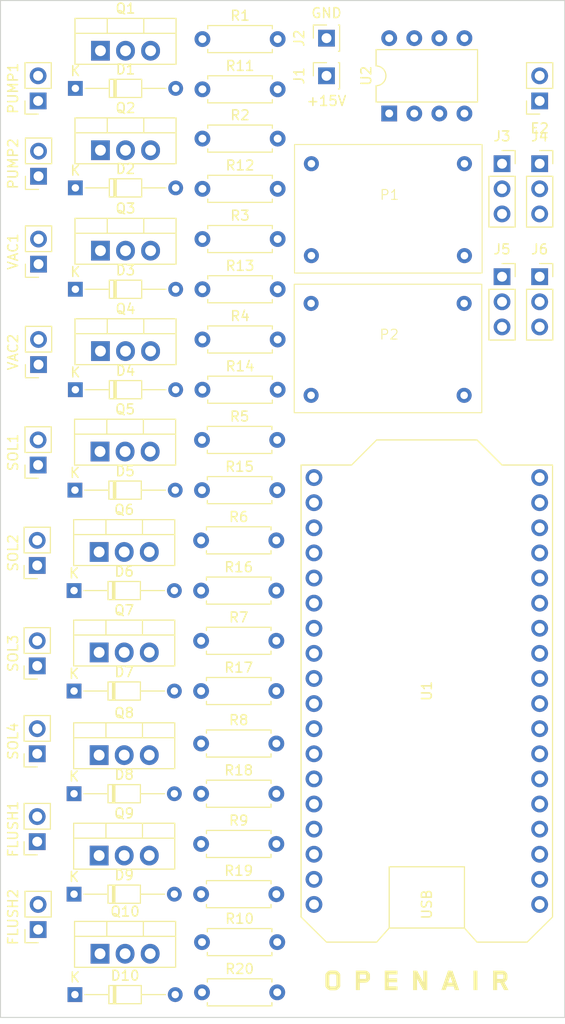
<source format=kicad_pcb>
(kicad_pcb (version 20221018) (generator pcbnew)
  (layers (0 "F.Cu" signal) (31 "B.Cu" signal) (34 "B.Paste" user) (35 "F.Paste" user) (36 "B.SilkS" user "B.Silkscreen") (37 "F.SilkS" user "F.Silkscreen") (38 "B.Mask" user) (39 "F.Mask" user) (44 "Edge.Cuts" user))
  (net 0 "")
  (net 1 "Net-(U1-47)")
  (net 2 "GND")
  (net 3 "Net-(U1-42)")
  (net 4 "Net-(U1-45)")
  (net 5 "Net-(U1-34)")
  (net 6 "Net-(U1-5_ADC)")
  (net 7 "Net-(U1-46)")
  (net 8 "Net-(U1-48)")
  (net 9 "Net-(U1-33)")
  (net 10 "Net-(U1-6_ADC)")
  (net 11 "Net-(U1-7_ADC)")
  (net 12 "Net-(Q6-B)")
  (net 13 "Net-(Q5-B)")
  (net 14 "Net-(Q4-B)")
  (net 15 "Net-(Q3-B)")
  (net 16 "Net-(Q2-B)")
  (net 17 "Net-(Q1-B)")
  (net 18 "Net-(Q8-B)")
  (net 19 "Net-(Q9-B)")
  (net 20 "Net-(Q10-B)")
  (net 21 "Net-(Q7-B)")
  (net 22 "+15V")
  (net 23 "Net-(D10-A)")
  (net 24 "Net-(D9-A)")
  (net 25 "Net-(D8-A)")
  (net 26 "Net-(D7-A)")
  (net 27 "Net-(D6-A)")
  (net 28 "Net-(D5-A)")
  (net 29 "Net-(D4-A)")
  (net 30 "Net-(D3-A)")
  (net 31 "Net-(D2-A)")
  (net 32 "Net-(D1-A)")
  (net 33 "Net-(E2-Pin_1)")
  (net 34 "Net-(P1-OUT+)")
  (net 35 "Net-(E2-Pin_2)")
  (net 36 "Net-(J3-PIN_3)")
  (net 37 "Net-(U1-40)")
  (net 38 "Net-(U1-41)")
  (net 39 "Net-(J3-Pin_2)")
  (net 58 "Net-(J3-Pin_1)")
  (net 59 "Net-(J4-Pin_1)")
  (net 60 "Net-(J5-Pin_1)")
  (net 61 "Net-(J6-Pin_1)")
  (footprint "Diode_THT:D_DO-34_SOD68_P10.16mm_Horizontal" (layer "F.Cu") (at 24.0931 27.94)
    (fp_text reference "D1" (at 5.08 -1.92) (layer "F.SilkS"))
    (fp_text value "1N5400")
    (fp_text user "K" (at 0 -1.75) (layer "F.SilkS"))
    (pad "1" thru_hole rect (at 0 0) (size 1.5 1.5) (drill 0.75) (layers "*.Cu" "*.Mask") (net 22 "+15V"))
    (pad "2" thru_hole oval (at 10.16 0) (size 1.5 1.5) (drill 0.75) (layers "*.Cu" "*.Mask") (net 32 "Net-(D1-A)"))
  )
  (footprint "MountingHole:MountingHole_2.2mm_M2" (layer "F.Cu") (at 71.12 119.38)
    (fp_text reference "H3" hide)
    (fp_text value "MountingHole" hide)
    (pad "" np_thru_hole circle (at 0 0) (size 2.2 2.2) (drill 2.2) (layers "*.Cu" "*.Mask"))
  )
  (footprint "Package_TO_SOT_THT:TO-220-3_Vertical" (layer "F.Cu") (at 26.6331 24.13)
    (fp_text reference "Q1" (at 2.54 -4.27) (layer "F.SilkS"))
    (fp_text value "TIP120")
    (pad "1" thru_hole rect (at 0 0) (size 1.905 2) (drill 1.1) (layers "*.Cu" "*.Mask") (net 17 "Net-(Q1-B)"))
    (pad "2" thru_hole oval (at 2.54 0) (size 1.905 2) (drill 1.1) (layers "*.Cu" "*.Mask") (net 32 "Net-(D1-A)"))
    (pad "3" thru_hole oval (at 5.08 0) (size 1.905 2) (drill 1.1) (layers "*.Cu" "*.Mask") (net 2 "GND"))
  )
  (footprint "Connector_PinSocket_2.54mm:PinSocket_1x02_P2.54mm_Vertical" (layer "F.Cu") (at 20.3631 36.83 180)
    (fp_text reference "PUMP2" (at 2.5831 1.27 90) (layer "F.SilkS"))
    (fp_text value "GND")
    (pad "1" thru_hole rect (at 0 0 180) (size 1.7 1.7) (drill 1) (layers "*.Cu" "*.Mask") (net 22 "+15V"))
    (pad "2" thru_hole oval (at 0 2.54 180) (size 1.7 1.7) (drill 1) (layers "*.Cu" "*.Mask") (net 31 "Net-(D2-A)"))
  )
  (footprint "Connector_PinSocket_2.54mm:PinSocket_1x03_P2.54mm_Vertical" (layer "F.Cu") (at 67.31 35.56)
    (fp_text reference "J3" (at 0 -2.77) (layer "F.SilkS"))
    (fp_text value "ADC1")
    (pad "1" thru_hole rect (at 0 0) (size 1.7 1.7) (drill 1) (layers "*.Cu" "*.Mask") (net 58 "Net-(J3-Pin_1)"))
    (pad "2" thru_hole oval (at 0 2.54) (size 1.7 1.7) (drill 1) (layers "*.Cu" "*.Mask") (net 39 "Net-(J3-Pin_2)"))
    (pad "3" thru_hole oval (at 0 5.08) (size 1.7 1.7) (drill 1) (layers "*.Cu" "*.Mask") (net 36 "Net-(J3-PIN_3)"))
  )
  (footprint "Resistor_THT:R_Axial_DIN0207_L6.3mm_D2.5mm_P7.62mm_Horizontal" (layer "F.Cu") (at 36.9631 22.955)
    (fp_text reference "R1" (at 3.81 -2.37) (layer "F.SilkS"))
    (fp_text value "1k")
    (pad "1" thru_hole circle (at 0 0) (size 1.6 1.6) (drill 0.8) (layers "*.Cu" "*.Mask") (net 17 "Net-(Q1-B)"))
    (pad "2" thru_hole oval (at 7.62 0) (size 1.6 1.6) (drill 0.8) (layers "*.Cu" "*.Mask") (net 11 "Net-(U1-7_ADC)"))
  )
  (footprint "Diode_THT:D_DO-34_SOD68_P10.16mm_Horizontal" (layer "F.Cu") (at 24.0931 38.005)
    (fp_text reference "D2" (at 5.08 -1.92) (layer "F.SilkS"))
    (fp_text value "1N5400")
    (fp_text user "K" (at 0 -1.75) (layer "F.SilkS"))
    (pad "1" thru_hole rect (at 0 0) (size 1.5 1.5) (drill 0.75) (layers "*.Cu" "*.Mask") (net 22 "+15V"))
    (pad "2" thru_hole oval (at 10.16 0) (size 1.5 1.5) (drill 0.75) (layers "*.Cu" "*.Mask") (net 31 "Net-(D2-A)"))
  )
  (footprint "Resistor_THT:R_Axial_DIN0207_L6.3mm_D2.5mm_P7.62mm_Horizontal" (layer "F.Cu") (at 36.9631 38.1)
    (fp_text reference "R12" (at 3.81 -2.37) (layer "F.SilkS"))
    (fp_text value "1k")
    (pad "1" thru_hole circle (at 0 0) (size 1.6 1.6) (drill 0.8) (layers "*.Cu" "*.Mask") (net 10 "Net-(U1-6_ADC)"))
    (pad "2" thru_hole oval (at 7.62 0) (size 1.6 1.6) (drill 0.8) (layers "*.Cu" "*.Mask") (net 2 "GND"))
  )
  (footprint "Connector_PinSocket_2.54mm:PinSocket_1x02_P2.54mm_Vertical" (layer "F.Cu") (at 20.23 86.36 180)
    (fp_text reference "SOL3" (at 2.45 1.27 90) (layer "F.SilkS"))
    (fp_text value "GND")
    (pad "1" thru_hole rect (at 0 0 180) (size 1.7 1.7) (drill 1) (layers "*.Cu" "*.Mask") (net 22 "+15V"))
    (pad "2" thru_hole oval (at 0 2.54 180) (size 1.7 1.7) (drill 1) (layers "*.Cu" "*.Mask") (net 26 "Net-(D7-A)"))
  )
  (footprint "Resistor_THT:R_Axial_DIN0207_L6.3mm_D2.5mm_P7.62mm_Horizontal" (layer "F.Cu") (at 36.92 68.58)
    (fp_text reference "R15" (at 3.81 -2.37) (layer "F.SilkS"))
    (fp_text value "1k")
    (pad "1" thru_hole circle (at 0 0) (size 1.6 1.6) (drill 0.8) (layers "*.Cu" "*.Mask") (net 8 "Net-(U1-48)"))
    (pad "2" thru_hole oval (at 7.62 0) (size 1.6 1.6) (drill 0.8) (layers "*.Cu" "*.Mask") (net 2 "GND"))
  )
  (footprint "Untitled" (layer "F.Cu") (at 58.42 118.11)
    (fp_text reference "G***" hide)
    (fp_text value "LOGO" hide)
  )
  (footprint "Custom Footprints:MINI-360" (layer "F.Cu") (at 55.88 53.34)
    (fp_text reference "P2" (at 0 -0.5 unlocked) (layer "F.SilkS") (effects (font (thickness 0.1))))
    (fp_text value "MINI-360")
    (pad "1" thru_hole circle (at -7.91 -3.65) (size 1.524 1.524) (drill 0.762) (layers "*.Cu" "*.Mask") (net 2 "GND"))
    (pad "2" thru_hole circle (at 7.59 -3.65) (size 1.524 1.524) (drill 0.762) (layers "*.Cu" "*.Mask") (net 36 "Net-(J3-PIN_3)"))
    (pad "3" thru_hole circle (at 7.59 5.65) (size 1.524 1.524) (drill 0.762) (layers "*.Cu" "*.Mask") (net 39 "Net-(J3-Pin_2)"))
    (pad "4" thru_hole circle (at -7.91 5.65) (size 1.524 1.524) (drill 0.762) (layers "*.Cu" "*.Mask") (net 22 "+15V"))
  )
  (footprint "Resistor_THT:R_Axial_DIN0207_L6.3mm_D2.5mm_P7.62mm_Horizontal" (layer "F.Cu") (at 36.9631 48.26)
    (fp_text reference "R13" (at 3.81 -2.37) (layer "F.SilkS"))
    (fp_text value "1k")
    (pad "1" thru_hole circle (at 0 0) (size 1.6 1.6) (drill 0.8) (layers "*.Cu" "*.Mask") (net 9 "Net-(U1-33)"))
    (pad "2" thru_hole oval (at 7.62 0) (size 1.6 1.6) (drill 0.8) (layers "*.Cu" "*.Mask") (net 2 "GND"))
  )
  (footprint "Diode_THT:D_DO-34_SOD68_P10.16mm_Horizontal" (layer "F.Cu") (at 24.0931 58.42)
    (fp_text reference "D4" (at 5.08 -1.92) (layer "F.SilkS"))
    (fp_text value "1N5400")
    (fp_text user "K" (at 0 -1.75) (layer "F.SilkS"))
    (pad "1" thru_hole rect (at 0 0) (size 1.5 1.5) (drill 0.75) (layers "*.Cu" "*.Mask") (net 22 "+15V"))
    (pad "2" thru_hole oval (at 10.16 0) (size 1.5 1.5) (drill 0.75) (layers "*.Cu" "*.Mask") (net 29 "Net-(D4-A)"))
  )
  (footprint "Resistor_THT:R_Axial_DIN0207_L6.3mm_D2.5mm_P7.62mm_Horizontal" (layer "F.Cu") (at 36.83 83.82)
    (fp_text reference "R7" (at 3.81 -2.37) (layer "F.SilkS"))
    (fp_text value "1k")
    (pad "1" thru_hole circle (at 0 0) (size 1.6 1.6) (drill 0.8) (layers "*.Cu" "*.Mask") (net 21 "Net-(Q7-B)"))
    (pad "2" thru_hole oval (at 7.62 0) (size 1.6 1.6) (drill 0.8) (layers "*.Cu" "*.Mask") (net 6 "Net-(U1-5_ADC)"))
  )
  (footprint "Resistor_THT:R_Axial_DIN0207_L6.3mm_D2.5mm_P7.62mm_Horizontal" (layer "F.Cu") (at 36.83 94.21)
    (fp_text reference "R8" (at 3.81 -2.37) (layer "F.SilkS"))
    (fp_text value "1k")
    (pad "1" thru_hole circle (at 0 0) (size 1.6 1.6) (drill 0.8) (layers "*.Cu" "*.Mask") (net 18 "Net-(Q8-B)"))
    (pad "2" thru_hole oval (at 7.62 0) (size 1.6 1.6) (drill 0.8) (layers "*.Cu" "*.Mask") (net 5 "Net-(U1-34)"))
  )
  (footprint "Resistor_THT:R_Axial_DIN0207_L6.3mm_D2.5mm_P7.62mm_Horizontal" (layer "F.Cu") (at 36.92 119.38)
    (fp_text reference "R20" (at 3.81 -2.37) (layer "F.SilkS"))
    (fp_text value "1k")
    (pad "1" thru_hole circle (at 0 0) (size 1.6 1.6) (drill 0.8) (layers "*.Cu" "*.Mask") (net 3 "Net-(U1-42)"))
    (pad "2" thru_hole oval (at 7.62 0) (size 1.6 1.6) (drill 0.8) (layers "*.Cu" "*.Mask") (net 2 "GND"))
  )
  (footprint "Connector_PinSocket_2.54mm:PinSocket_1x01_P2.54mm_Vertical" (layer "F.Cu") (at 49.53 26.67 90)
    (fp_text reference "J1" (at 0 -2.77 90) (layer "F.SilkS"))
    (fp_text value "Conn_01x01_Pin" hide)
    (pad "1" thru_hole rect (at 0 0 90) (size 1.7 1.7) (drill 1) (layers "*.Cu" "*.Mask") (net 22 "+15V"))
  )
  (footprint "Package_TO_SOT_THT:TO-220-3_Vertical" (layer "F.Cu") (at 26.6331 34.195)
    (fp_text reference "Q2" (at 2.54 -4.27) (layer "F.SilkS"))
    (fp_text value "TIP120")
    (pad "1" thru_hole rect (at 0 0) (size 1.905 2) (drill 1.1) (layers "*.Cu" "*.Mask") (net 16 "Net-(Q2-B)"))
    (pad "2" thru_hole oval (at 2.54 0) (size 1.905 2) (drill 1.1) (layers "*.Cu" "*.Mask") (net 31 "Net-(D2-A)"))
    (pad "3" thru_hole oval (at 5.08 0) (size 1.905 2) (drill 1.1) (layers "*.Cu" "*.Mask") (net 2 "GND"))
  )
  (footprint "Resistor_THT:R_Axial_DIN0207_L6.3mm_D2.5mm_P7.62mm_Horizontal" (layer "F.Cu") (at 36.9631 33.02)
    (fp_text reference "R2" (at 3.81 -2.37) (layer "F.SilkS"))
    (fp_text value "1k")
    (pad "1" thru_hole circle (at 0 0) (size 1.6 1.6) (drill 0.8) (layers "*.Cu" "*.Mask") (net 16 "Net-(Q2-B)"))
    (pad "2" thru_hole oval (at 7.62 0) (size 1.6 1.6) (drill 0.8) (layers "*.Cu" "*.Mask") (net 10 "Net-(U1-6_ADC)"))
  )
  (footprint "Connector_PinSocket_2.54mm:PinSocket_1x02_P2.54mm_Vertical" (layer "F.Cu") (at 20.32 66.04 180)
    (fp_text reference "SOL1" (at 2.54 1.27 90) (layer "F.SilkS"))
    (fp_text value "GND")
    (pad "1" thru_hole rect (at 0 0 180) (size 1.7 1.7) (drill 1) (layers "*.Cu" "*.Mask") (net 22 "+15V"))
    (pad "2" thru_hole oval (at 0 2.54 180) (size 1.7 1.7) (drill 1) (layers "*.Cu" "*.Mask") (net 28 "Net-(D5-A)"))
  )
  (footprint "Connector_PinSocket_2.54mm:PinSocket_1x03_P2.54mm_Vertical" (layer "F.Cu") (at 71.12 35.56)
    (fp_text reference "J4" (at 0 -2.77) (layer "F.SilkS"))
    (fp_text value "ADC2")
    (pad "1" thru_hole rect (at 0 0) (size 1.7 1.7) (drill 1) (layers "*.Cu" "*.Mask") (net 59 "Net-(J4-Pin_1)"))
    (pad "2" thru_hole oval (at 0 2.54) (size 1.7 1.7) (drill 1) (layers "*.Cu" "*.Mask") (net 39 "Net-(J3-Pin_2)"))
    (pad "3" thru_hole oval (at 0 5.08) (size 1.7 1.7) (drill 1) (layers "*.Cu" "*.Mask") (net 36 "Net-(J3-PIN_3)"))
  )
  (footprint "Custom Footprints:Heltec_HTIT-WB32" (layer "F.Cu") (at 59.69 88.9 -90)
    (fp_text reference "U1" (at 0 0 90) (layer "F.SilkS"))
    (fp_text value "Heltec_HTIT-WB32v3")
    (fp_text user "USB" (at 21.59 0 90) (layer "F.SilkS"))
    (pad "0" thru_hole circle (at 1.27 11.43 270) (size 1.7 1.7) (drill 1) (layers "*.Cu" "*.Mask"))
    (pad "1" thru_hole circle (at 11.43 11.43 270) (size 1.7 1.7) (drill 1) (layers "*.Cu" "*.Mask") (net 8 "Net-(U1-48)"))
    (pad "2" thru_hole circle (at 3.81 11.43 270) (size 1.7 1.7) (drill 1) (layers "*.Cu" "*.Mask") (net 5 "Net-(U1-34)"))
    (pad "3" thru_hole circle (at 8.89 11.43 270) (size 1.7 1.7) (drill 1) (layers "*.Cu" "*.Mask") (net 1 "Net-(U1-47)"))
    (pad "4" thru_hole circle (at -1.27 11.43 270) (size 1.7 1.7) (drill 1) (layers "*.Cu" "*.Mask"))
    (pad "5" thru_hole circle (at -8.89 11.43 270) (size 1.7 1.7) (drill 1) (layers "*.Cu" "*.Mask"))
    (pad "6" thru_hole circle (at 13.97 -11.43 270) (size 1.7 1.7) (drill 1) (layers "*.Cu" "*.Mask"))
    (pad "7" thru_hole circle (at 16.51 -11.43 270) (size 1.7 1.7) (drill 1) (layers "*.Cu" "*.Mask"))
    (pad "8" thru_hole circle (at 21.59 -11.43 270) (size 1.7 1.7) (drill 1) (layers "*.Cu" "*.Mask") (net 36 "Net-(J3-PIN_3)"))
    (pad "9" thru_hole circle (at 19.05 -11.43 270) (size 1.7 1.7) (drill 1) (layers "*.Cu" "*.Mask") (net 39 "Net-(J3-Pin_2)"))
    (pad "10" thru_hole circle (at 13.97 11.43 270) (size 1.7 1.7) (drill 1) (layers "*.Cu" "*.Mask"))
    (pad "11" thru_hole circle (at 16.51 11.43 270) (size 1.7 1.7) (drill 1) (layers "*.Cu" "*.Mask"))
    (pad "12" thru_hole circle (at 8.89 -11.43 270) (size 1.7 1.7) (drill 1) (layers "*.Cu" "*.Mask"))
    (pad "13" thru_hole circle (at 11.43 -11.43 270) (size 1.7 1.7) (drill 1) (layers "*.Cu" "*.Mask"))
    (pad "14" thru_hole circle (at 6.35 -11.43 270) (size 1.7 1.7) (drill 1) (layers "*.Cu" "*.Mask"))
    (pad "15" thru_hole circle (at 6.35 11.43 270) (size 1.7 1.7) (drill 1) (layers "*.Cu" "*.Mask") (net 9 "Net-(U1-33)"))
    (pad "16" thru_hole circle (at -3.81 11.43 270) (size 1.7 1.7) (drill 1) (layers "*.Cu" "*.Mask"))
    (pad "17" thru_hole circle (at -6.35 11.43 270) (size 1.7 1.7) (drill 1) (layers "*.Cu" "*.Mask"))
    (pad "18" thru_hole circle (at -11.43 11.43 270) (size 1.7 1.7) (drill 1) (layers "*.Cu" "*.Mask") (net 37 "Net-(U1-40)"))
    (pad "19" thru_hole circle (at -16.51 11.43 270) (size 1.7 1.7) (drill 1) (layers "*.Cu" "*.Mask") (net 3 "Net-(U1-42)"))
    (pad "20" thru_hole circle (at 19.05 11.43 270) (size 1.7 1.7) (drill 1) (layers "*.Cu" "*.Mask"))
    (pad "21" thru_hole circle (at -21.59 11.43 270) (size 1.7 1.7) (drill 1) (layers "*.Cu" "*.Mask") (net 7 "Net-(U1-46)"))
    (pad "22" thru_hole circle (at -19.05 11.43 270) (size 1.7 1.7) (drill 1) (layers "*.Cu" "*.Mask") (net 4 "Net-(U1-45)"))
    (pad "23" thru_hole circle (at -13.97 11.43 270) (size 1.7 1.7) (drill 1) (layers "*.Cu" "*.Mask") (net 38 "Net-(U1-41)"))
    (pad "25" thru_hole circle (at -1.27 -11.43 270) (size 1.7 1.7) (drill 1) (layers "*.Cu" "*.Mask"))
    (pad "26" thru_hole circle (at 1.27 -11.43 270) (size 1.7 1.7) (drill 1) (layers "*.Cu" "*.Mask"))
    (pad "27" thru_hole circle (at 3.81 -11.43 270) (size 1.7 1.7) (drill 1) (layers "*.Cu" "*.Mask"))
    (pad "28" thru_hole circle (at 21.59 11.43 270) (size 1.7 1.7) (drill 1) (layers "*.Cu" "*.Mask"))
    (pad "32" thru_hole circle (at -6.35 -11.43 270) (size 1.7 1.7) (drill 1) (layers "*.Cu" "*.Mask") (net 11 "Net-(U1-7_ADC)"))
    (pad "33" thru_hole circle (at -3.81 -11.43 270) (size 1.7 1.7) (drill 1) (layers "*.Cu" "*.Mask"))
    (pad "34" thru_hole circle (at -11.43 -11.43 270) (size 1.7 1.7) (drill 1) (layers "*.Cu" "*.Mask") (net 6 "Net-(U1-5_ADC)"))
    (pad "35" thru_hole circle (at -8.89 -11.43 270) (size 1.7 1.7) (drill 1) (layers "*.Cu" "*.Mask") (net 10 "Net-(U1-6_ADC)"))
    (pad "36" thru_hole circle (at -21.59 -11.43 270) (size 1.7 1.7) (drill 1) (layers "*.Cu" "*.Mask") (net 58 "Net-(J3-Pin_1)"))
    (pad "37" thru_hole circle (at -19.05 -11.43 270) (size 1.7 1.7) (drill 1) (layers "*.Cu" "*.Mask") (net 59 "Net-(J4-Pin_1)"))
    (pad "38" thru_hole circle (at -16.51 -11.43 270) (size 1.7 1.7) (drill 1) (layers "*.Cu" "*.Mask") (net 60 "Net-(J5-Pin_1)"))
    (pad "39" thru_hole circle (at -13.97 -11.43 270) (size 1.7 1.7) (drill 1) (layers "*.Cu" "*.Mask") (net 61 "Net-(J6-Pin_1)"))
  )
  (footprint "Resistor_THT:R_Axial_DIN0207_L6.3mm_D2.5mm_P7.62mm_Horizontal" (layer "F.Cu") (at 36.92 114.3)
    (fp_text reference "R10" (at 3.81 -2.37) (layer "F.SilkS"))
    (fp_text value "1k")
    (pad "1" thru_hole circle (at 0 0) (size 1.6 1.6) (drill 0.8) (layers "*.Cu" "*.Mask") (net 20 "Net-(Q10-B)"))
    (pad "2" thru_hole oval (at 7.62 0) (size 1.6 1.6) (drill 0.8) (layers "*.Cu" "*.Mask") (net 3 "Net-(U1-42)"))
  )
  (footprint "Package_TO_SOT_THT:TO-220-3_Vertical" (layer "F.Cu") (at 26.6331 54.515)
    (fp_text reference "Q4" (at 2.54 -4.27) (layer "F.SilkS"))
    (fp_text value "TIP120")
    (pad "1" thru_hole rect (at 0 0) (size 1.905 2) (drill 1.1) (layers "*.Cu" "*.Mask") (net 14 "Net-(Q4-B)"))
    (pad "2" thru_hole oval (at 2.54 0) (size 1.905 2) (drill 1.1) (layers "*.Cu" "*.Mask") (net 29 "Net-(D4-A)"))
    (pad "3" thru_hole oval (at 5.08 0) (size 1.905 2) (drill 1.1) (layers "*.Cu" "*.Mask") (net 2 "GND"))
  )
  (footprint "Connector_PinSocket_2.54mm:PinSocket_1x02_P2.54mm_Vertical" (layer "F.Cu") (at 71.12 29.21 180)
    (fp_text reference "E2" (at 0 -2.77) (layer "F.SilkS"))
    (fp_text value "E1")
    (pad "1" thru_hole rect (at 0 0 180) (size 1.7 1.7) (drill 1) (layers "*.Cu" "*.Mask") (net 33 "Net-(E2-Pin_1)"))
    (pad "2" thru_hole oval (at 0 2.54 180) (size 1.7 1.7) (drill 1) (layers "*.Cu" "*.Mask") (net 35 "Net-(E2-Pin_2)"))
  )
  (footprint "Diode_THT:D_DO-34_SOD68_P10.16mm_Horizontal" (layer "F.Cu") (at 24.05 119.61)
    (fp_text reference "D10" (at 5.08 -1.92) (layer "F.SilkS"))
    (fp_text value "1N5400")
    (fp_text user "K" (at 0 -1.75) (layer "F.SilkS"))
    (pad "1" thru_hole rect (at 0 0) (size 1.5 1.5) (drill 0.75) (layers "*.Cu" "*.Mask") (net 22 "+15V"))
    (pad "2" thru_hole oval (at 10.16 0) (size 1.5 1.5) (drill 0.75) (layers "*.Cu" "*.Mask") (net 23 "Net-(D10-A)"))
  )
  (footprint "Connector_PinSocket_2.54mm:PinSocket_1x02_P2.54mm_Vertical" (layer "F.Cu") (at 20.32 29.21 180)
    (fp_text reference "PUMP1" (at 2.54 1.27 270) (layer "F.SilkS"))
    (fp_text value "GND")
    (pad "1" thru_hole rect (at 0 0 180) (size 1.7 1.7) (drill 1) (layers "*.Cu" "*.Mask") (net 22 "+15V"))
    (pad "2" thru_hole oval (at 0 2.54 180) (size 1.7 1.7) (drill 1) (layers "*.Cu" "*.Mask") (net 32 "Net-(D1-A)"))
  )
  (footprint "Diode_THT:D_DO-34_SOD68_P10.16mm_Horizontal" (layer "F.Cu") (at 23.96 99.29)
    (fp_text reference "D8" (at 5.08 -1.92) (layer "F.SilkS"))
    (fp_text value "1N5400")
    (fp_text user "K" (at 0 -1.75) (layer "F.SilkS"))
    (pad "1" thru_hole rect (at 0 0) (size 1.5 1.5) (drill 0.75) (layers "*.Cu" "*.Mask") (net 22 "+15V"))
    (pad "2" thru_hole oval (at 10.16 0) (size 1.5 1.5) (drill 0.75) (layers "*.Cu" "*.Mask") (net 25 "Net-(D8-A)"))
  )
  (footprint "Package_TO_SOT_THT:TO-220-3_Vertical" (layer "F.Cu") (at 26.6331 44.355)
    (fp_text reference "Q3" (at 2.54 -4.27) (layer "F.SilkS"))
    (fp_text value "TIP120")
    (pad "1" thru_hole rect (at 0 0) (size 1.905 2) (drill 1.1) (layers "*.Cu" "*.Mask") (net 15 "Net-(Q3-B)"))
    (pad "2" thru_hole oval (at 2.54 0) (size 1.905 2) (drill 1.1) (layers "*.Cu" "*.Mask") (net 30 "Net-(D3-A)"))
    (pad "3" thru_hole oval (at 5.08 0) (size 1.905 2) (drill 1.1) (layers "*.Cu" "*.Mask") (net 2 "GND"))
  )
  (footprint "Connector_PinSocket_2.54mm:PinSocket_1x03_P2.54mm_Vertical" (layer "F.Cu") (at 67.31 46.99)
    (fp_text reference "J5" (at 0 -2.77) (layer "F.SilkS"))
    (fp_text value "ADC3")
    (pad "1" thru_hole rect (at 0 0) (size 1.7 1.7) (drill 1) (layers "*.Cu" "*.Mask") (net 60 "Net-(J5-Pin_1)"))
    (pad "2" thru_hole oval (at 0 2.54) (size 1.7 1.7) (drill 1) (layers "*.Cu" "*.Mask") (net 39 "Net-(J3-Pin_2)"))
    (pad "3" thru_hole oval (at 0 5.08) (size 1.7 1.7) (drill 1) (layers "*.Cu" "*.Mask") (net 36 "Net-(J3-PIN_3)"))
  )
  (footprint "Resistor_THT:R_Axial_DIN0207_L6.3mm_D2.5mm_P7.62mm_Horizontal" (layer "F.Cu") (at 36.9631 28.035)
    (fp_text reference "R11" (at 3.81 -2.37) (layer "F.SilkS"))
    (fp_text value "1k")
    (pad "1" thru_hole circle (at 0 0) (size 1.6 1.6) (drill 0.8) (layers "*.Cu" "*.Mask") (net 11 "Net-(U1-7_ADC)"))
    (pad "2" thru_hole oval (at 7.62 0) (size 1.6 1.6) (drill 0.8) (layers "*.Cu" "*.Mask") (net 2 "GND"))
  )
  (footprint "Package_TO_SOT_THT:TO-220-3_Vertical" (layer "F.Cu") (at 26.59 115.475)
    (fp_text reference "Q10" (at 2.54 -4.27) (layer "F.SilkS"))
    (fp_text value "TIP120")
    (pad "1" thru_hole rect (at 0 0) (size 1.905 2) (drill 1.1) (layers "*.Cu" "*.Mask") (net 20 "Net-(Q10-B)"))
    (pad "2" thru_hole oval (at 2.54 0) (size 1.905 2) (drill 1.1) (layers "*.Cu" "*.Mask") (net 23 "Net-(D10-A)"))
    (pad "3" thru_hole oval (at 5.08 0) (size 1.905 2) (drill 1.1) (layers "*.Cu" "*.Mask") (net 2 "GND"))
  )
  (footprint "MountingHole:MountingHole_2.2mm_M2" (layer "F.Cu") (at 19.05 119.38)
    (fp_text reference "H2" hide)
    (fp_text value "MountingHole" hide)
    (pad "" np_thru_hole circle (at 0 0) (size 2.2 2.2) (drill 2.2) (layers "*.Cu" "*.Mask"))
  )
  (footprint "Custom Footprints:MINI-360" (layer "F.Cu") (at 55.91 39.21)
    (fp_text reference "P1" (at 0 -0.5 unlocked) (layer "F.SilkS") (effects (font (thickness 0.1))))
    (fp_text value "MINI-360")
    (pad "1" thru_hole circle (at -7.91 -3.65) (size 1.524 1.524) (drill 0.762) (layers "*.Cu" "*.Mask") (net 2 "GND"))
    (pad "2" thru_hole circle (at 7.59 -3.65) (size 1.524 1.524) (drill 0.762) (layers "*.Cu" "*.Mask"))
    (pad "3" thru_hole circle (at 7.59 5.65) (size 1.524 1.524) (drill 0.762) (layers "*.Cu" "*.Mask") (net 34 "Net-(P1-OUT+)"))
    (pad "4" thru_hole circle (at -7.91 5.65) (size 1.524 1.524) (drill 0.762) (layers "*.Cu" "*.Mask") (net 22 "+15V"))
  )
  (footprint "Connector_PinSocket_2.54mm:PinSocket_1x02_P2.54mm_Vertical" (layer "F.Cu") (at 20.23 104.14 180)
    (fp_text reference "FLUSH1" (at 2.45 1.27 90) (layer "F.SilkS"))
    (fp_text value "GND")
    (pad "1" thru_hole rect (at 0 0 180) (size 1.7 1.7) (drill 1) (layers "*.Cu" "*.Mask") (net 22 "+15V"))
    (pad "2" thru_hole oval (at 0 2.54 180) (size 1.7 1.7) (drill 1) (layers "*.Cu" "*.Mask") (net 24 "Net-(D9-A)"))
  )
  (footprint "Package_TO_SOT_THT:TO-220-3_Vertical" (layer "F.Cu") (at 26.59 64.675)
    (fp_text reference "Q5" (at 2.54 -4.27) (layer "F.SilkS"))
    (fp_text value "TIP120")
    (pad "1" thru_hole rect (at 0 0) (size 1.905 2) (drill 1.1) (layers "*.Cu" "*.Mask") (net 13 "Net-(Q5-B)"))
    (pad "2" thru_hole oval (at 2.54 0) (size 1.905 2) (drill 1.1) (layers "*.Cu" "*.Mask") (net 28 "Net-(D5-A)"))
    (pad "3" thru_hole oval (at 5.08 0) (size 1.905 2) (drill 1.1) (layers "*.Cu" "*.Mask") (net 2 "GND"))
  )
  (footprint "Diode_THT:D_DO-34_SOD68_P10.16mm_Horizontal" (layer "F.Cu") (at 23.96 78.74)
    (fp_text reference "D6" (at 5.08 -1.92) (layer "F.SilkS"))
    (fp_text value "1N5400")
    (fp_text user "K" (at 0 -1.75) (layer "F.SilkS"))
    (pad "1" thru_hole rect (at 0 0) (size 1.5 1.5) (drill 0.75) (layers "*.Cu" "*.Mask") (net 22 "+15V"))
    (pad "2" thru_hole oval (at 10.16 0) (size 1.5 1.5) (drill 0.75) (layers "*.Cu" "*.Mask") (net 27 "Net-(D6-A)"))
  )
  (footprint "Resistor_THT:R_Axial_DIN0207_L6.3mm_D2.5mm_P7.62mm_Horizontal" (layer "F.Cu") (at 36.9631 58.42)
    (fp_text reference "R14" (at 3.81 -2.37) (layer "F.SilkS"))
    (fp_text value "1k")
    (pad "1" thru_hole circle (at 0 0) (size 1.6 1.6) (drill 0.8) (layers "*.Cu" "*.Mask") (net 1 "Net-(U1-47)"))
    (pad "2" thru_hole oval (at 7.62 0) (size 1.6 1.6) (drill 0.8) (layers "*.Cu" "*.Mask") (net 2 "GND"))
  )
  (footprint "Resistor_THT:R_Axial_DIN0207_L6.3mm_D2.5mm_P7.62mm_Horizontal" (layer "F.Cu") (at 36.83 88.9)
    (fp_text reference "R17" (at 3.81 -2.37) (layer "F.SilkS"))
    (fp_text value "1k")
    (pad "1" thru_hole circle (at 0 0) (size 1.6 1.6) (drill 0.8) (layers "*.Cu" "*.Mask") (net 6 "Net-(U1-5_ADC)"))
    (pad "2" thru_hole oval (at 7.62 0) (size 1.6 1.6) (drill 0.8) (layers "*.Cu" "*.Mask") (net 2 "GND"))
  )
  (footprint "Connector_PinSocket_2.54mm:PinSocket_1x02_P2.54mm_Vertical" (layer "F.Cu") (at 20.23 95.25 180)
    (fp_text reference "SOL4" (at 2.45 1.27 90) (layer "F.SilkS"))
    (fp_text value "GND")
    (pad "1" thru_hole rect (at 0 0 180) (size 1.7 1.7) (drill 1) (layers "*.Cu" "*.Mask") (net 22 "+15V"))
    (pad "2" thru_hole oval (at 0 2.54 180) (size 1.7 1.7) (drill 1) (layers "*.Cu" "*.Mask") (net 25 "Net-(D8-A)"))
  )
  (footprint "Connector_PinSocket_2.54mm:PinSocket_1x02_P2.54mm_Vertical" (layer "F.Cu") (at 20.32 113.03 180)
    (fp_text reference "FLUSH2" (at 2.54 1.27 270) (layer "F.SilkS"))
    (fp_text value "GND")
    (pad "1" thru_hole rect (at 0 0 180) (size 1.7 1.7) (drill 1) (layers "*.Cu" "*.Mask") (net 22 "+15V"))
    (pad "2" thru_hole oval (at 0 2.54 180) (size 1.7 1.7) (drill 1) (layers "*.Cu" "*.Mask") (net 23 "Net-(D10-A)"))
  )
  (footprint "Resistor_THT:R_Axial_DIN0207_L6.3mm_D2.5mm_P7.62mm_Horizontal" (layer "F.Cu") (at 36.83 78.74)
    (fp_text reference "R16" (at 3.81 -2.37) (layer "F.SilkS"))
    (fp_text value "1k")
    (pad "1" thru_hole circle (at 0 0) (size 1.6 1.6) (drill 0.8) (layers "*.Cu" "*.Mask") (net 7 "Net-(U1-46)"))
    (pad "2" thru_hole oval (at 7.62 0) (size 1.6 1.6) (drill 0.8) (layers "*.Cu" "*.Mask") (net 2 "GND"))
  )
  (footprint "MountingHole:MountingHole_2.2mm_M2" (layer "F.Cu") (at 71.12 21.59)
    (fp_text reference "H4" hide)
    (fp_text value "MountingHole" hide)
    (pad "" np_thru_hole circle (at 0 0) (size 2.2 2.2) (drill 2.2) (layers "*.Cu" "*.Mask"))
  )
  (footprint "Diode_THT:D_DO-34_SOD68_P10.16mm_Horizontal" (layer "F.Cu") (at 23.96 88.9)
    (fp_text reference "D7" (at 5.08 -1.92) (layer "F.SilkS"))
    (fp_text value "1N5400")
    (fp_text user "K" (at 0 -1.75) (layer "F.SilkS"))
    (pad "1" thru_hole rect (at 0 0) (size 1.5 1.5) (drill 0.75) (layers "*.Cu" "*.Mask") (net 22 "+15V"))
    (pad "2" thru_hole oval (at 10.16 0) (size 1.5 1.5) (drill 0.75) (layers "*.Cu" "*.Mask") (net 26 "Net-(D7-A)"))
  )
  (footprint "Resistor_THT:R_Axial_DIN0207_L6.3mm_D2.5mm_P7.62mm_Horizontal" (layer "F.Cu") (at 36.83 73.66)
    (fp_text reference "R6" (at 3.81 -2.37) (layer "F.SilkS"))
    (fp_text value "1k")
    (pad "1" thru_hole circle (at 0 0) (size 1.6 1.6) (drill 0.8) (layers "*.Cu" "*.Mask") (net 12 "Net-(Q6-B)"))
    (pad "2" thru_hole oval (at 7.62 0) (size 1.6 1.6) (drill 0.8) (layers "*.Cu" "*.Mask") (net 7 "Net-(U1-46)"))
  )
  (footprint "Connector_PinSocket_2.54mm:PinSocket_1x01_P2.54mm_Vertical" (layer "F.Cu") (at 49.53 22.86 90)
    (fp_text reference "J2" (at 0 -2.77 90) (layer "F.SilkS"))
    (fp_text value "Conn_01x01_Pin" hide)
    (pad "1" thru_hole rect (at 0 0 90) (size 1.7 1.7) (drill 1) (layers "*.Cu" "*.Mask") (net 2 "GND"))
  )
  (footprint "Package_TO_SOT_THT:TO-220-3_Vertical" (layer "F.Cu") (at 26.5 95.385)
    (fp_text reference "Q8" (at 2.54 -4.27) (layer "F.SilkS"))
    (fp_text value "TIP120")
    (pad "1" thru_hole rect (at 0 0) (size 1.905 2) (drill 1.1) (layers "*.Cu" "*.Mask") (net 18 "Net-(Q8-B)"))
    (pad "2" thru_hole oval (at 2.54 0) (size 1.905 2) (drill 1.1) (layers "*.Cu" "*.Mask") (net 25 "Net-(D8-A)"))
    (pad "3" thru_hole oval (at 5.08 0) (size 1.905 2) (drill 1.1) (layers "*.Cu" "*.Mask") (net 2 "GND"))
  )
  (footprint "MountingHole:MountingHole_2.2mm_M2" (layer "F.Cu") (at 19.05 21.59)
    (fp_text reference "H1" hide)
    (fp_text value "MountingHole" hide)
    (pad "" np_thru_hole circle (at 0 0) (size 2.2 2.2) (drill 2.2) (layers "*.Cu" "*.Mask"))
  )
  (footprint "Connector_PinSocket_2.54mm:PinSocket_1x02_P2.54mm_Vertical" (layer "F.Cu") (at 20.3631 45.72 180)
    (fp_text reference "VAC1" (at 2.5831 1.27 90) (layer "F.SilkS"))
    (fp_text value "GND")
    (pad "1" thru_hole rect (at 0 0 180) (size 1.7 1.7) (drill 1) (layers "*.Cu" "*.Mask") (net 22 "+15V"))
    (pad "2" thru_hole oval (at 0 2.54 180) (size 1.7 1.7) (drill 1) (layers "*.Cu" "*.Mask") (net 30 "Net-(D3-A)"))
  )
  (footprint "Resistor_THT:R_Axial_DIN0207_L6.3mm_D2.5mm_P7.62mm_Horizontal" (layer "F.Cu") (at 36.83 99.29)
    (fp_text reference "R18" (at 3.81 -2.37) (layer "F.SilkS"))
    (fp_text value "1k")
    (pad "1" thru_hole circle (at 0 0) (size 1.6 1.6) (drill 0.8) (layers "*.Cu" "*.Mask") (net 5 "Net-(U1-34)"))
    (pad "2" thru_hole oval (at 7.62 0) (size 1.6 1.6) (drill 0.8) (layers "*.Cu" "*.Mask") (net 2 "GND"))
  )
  (footprint "Resistor_THT:R_Axial_DIN0207_L6.3mm_D2.5mm_P7.62mm_Horizontal" (layer "F.Cu") (at 36.9631 53.34)
    (fp_text reference "R4" (at 3.81 -2.37) (layer "F.SilkS"))
    (fp_text value "1k")
    (pad "1" thru_hole circle (at 0 0) (size 1.6 1.6) (drill 0.8) (layers "*.Cu" "*.Mask") (net 14 "Net-(Q4-B)"))
    (pad "2" thru_hole oval (at 7.62 0) (size 1.6 1.6) (drill 0.8) (layers "*.Cu" "*.Mask") (net 1 "Net-(U1-47)"))
  )
  (footprint "Diode_THT:D_DO-34_SOD68_P10.16mm_Horizontal" (layer "F.Cu") (at 24.05 68.58)
    (fp_text reference "D5" (at 5.08 -1.92) (layer "F.SilkS"))
    (fp_text value "1N5400")
    (fp_text user "K" (at 0 -1.75) (layer "F.SilkS"))
    (pad "1" thru_hole rect (at 0 0) (size 1.5 1.5) (drill 0.75) (layers "*.Cu" "*.Mask") (net 22 "+15V"))
    (pad "2" thru_hole oval (at 10.16 0) (size 1.5 1.5) (drill 0.75) (layers "*.Cu" "*.Mask") (net 28 "Net-(D5-A)"))
  )
  (footprint "Package_TO_SOT_THT:TO-220-3_Vertical" (layer "F.Cu") (at 26.5 84.995)
    (fp_text reference "Q7" (at 2.54 -4.27) (layer "F.SilkS"))
    (fp_text value "TIP120")
    (pad "1" thru_hole rect (at 0 0) (size 1.905 2) (drill 1.1) (layers "*.Cu" "*.Mask") (net 21 "Net-(Q7-B)"))
    (pad "2" thru_hole oval (at 2.54 0) (size 1.905 2) (drill 1.1) (layers "*.Cu" "*.Mask") (net 26 "Net-(D7-A)"))
    (pad "3" thru_hole oval (at 5.08 0) (size 1.905 2) (drill 1.1) (layers "*.Cu" "*.Mask") (net 2 "GND"))
  )
  (footprint "Connector_PinSocket_2.54mm:PinSocket_1x03_P2.54mm_Vertical" (layer "F.Cu") (at 71.12 46.99)
    (fp_text reference "J6" (at 0 -2.77) (layer "F.SilkS"))
    (fp_text value "ADC4")
    (pad "1" thru_hole rect (at 0 0) (size 1.7 1.7) (drill 1) (layers "*.Cu" "*.Mask") (net 61 "Net-(J6-Pin_1)"))
    (pad "2" thru_hole oval (at 0 2.54) (size 1.7 1.7) (drill 1) (layers "*.Cu" "*.Mask") (net 39 "Net-(J3-Pin_2)"))
    (pad "3" thru_hole oval (at 0 5.08) (size 1.7 1.7) (drill 1) (layers "*.Cu" "*.Mask") (net 36 "Net-(J3-PIN_3)"))
  )
  (footprint "Package_DIP:DIP-8_W7.62mm" (layer "F.Cu") (at 55.88 30.48 90)
    (fp_text reference "U2" (at 3.81 -2.33 90) (layer "F.SilkS"))
    (fp_text value "L9110")
    (pad "1" thru_hole rect (at 0 0 90) (size 1.6 1.6) (drill 0.8) (layers "*.Cu" "*.Mask") (net 33 "Net-(E2-Pin_1)"))
    (pad "2" thru_hole oval (at 0 2.54 90) (size 1.6 1.6) (drill 0.8) (layers "*.Cu" "*.Mask") (net 34 "Net-(P1-OUT+)"))
    (pad "3" thru_hole oval (at 0 5.08 90) (size 1.6 1.6) (drill 0.8) (layers "*.Cu" "*.Mask") (net 34 "Net-(P1-OUT+)"))
    (pad "4" thru_hole oval (at 0 7.62 90) (size 1.6 1.6) (drill 0.8) (layers "*.Cu" "*.Mask") (net 35 "Net-(E2-Pin_2)"))
    (pad "5" thru_hole oval (at 7.62 7.62 90) (size 1.6 1.6) (drill 0.8) (layers "*.Cu" "*.Mask") (net 36 "Net-(J3-PIN_3)"))
    (pad "6" thru_hole oval (at 7.62 5.08 90) (size 1.6 1.6) (drill 0.8) (layers "*.Cu" "*.Mask") (net 37 "Net-(U1-40)"))
    (pad "7" thru_hole oval (at 7.62 2.54 90) (size 1.6 1.6) (drill 0.8) (layers "*.Cu" "*.Mask") (net 38 "Net-(U1-41)"))
    (pad "8" thru_hole oval (at 7.62 0 90) (size 1.6 1.6) (drill 0.8) (layers "*.Cu" "*.Mask") (net 36 "Net-(J3-PIN_3)"))
  )
  (footprint "Connector_PinSocket_2.54mm:PinSocket_1x02_P2.54mm_Vertical" (layer "F.Cu") (at 20.23 76.2 180)
    (fp_text reference "SOL2" (at 2.45 1.27 90) (layer "F.SilkS"))
    (fp_text value "GND")
    (pad "1" thru_hole rect (at 0 0 180) (size 1.7 1.7) (drill 1) (layers "*.Cu" "*.Mask") (net 22 "+15V"))
    (pad "2" thru_hole oval (at 0 2.54 180) (size 1.7 1.7) (drill 1) (layers "*.Cu" "*.Mask") (net 27 "Net-(D6-A)"))
  )
  (footprint "Connector_PinSocket_2.54mm:PinSocket_1x02_P2.54mm_Vertical" (layer "F.Cu") (at 20.3631 55.88 180)
    (fp_text reference "VAC2" (at 2.5831 1.27 90) (layer "F.SilkS"))
    (fp_text value "GND")
    (pad "1" thru_hole rect (at 0 0 180) (size 1.7 1.7) (drill 1) (layers "*.Cu" "*.Mask") (net 22 "+15V"))
    (pad "2" thru_hole oval (at 0 2.54 180) (size 1.7 1.7) (drill 1) (layers "*.Cu" "*.Mask") (net 29 "Net-(D4-A)"))
  )
  (footprint "Resistor_THT:R_Axial_DIN0207_L6.3mm_D2.5mm_P7.62mm_Horizontal" (layer "F.Cu") (at 36.9631 43.18)
    (fp_text reference "R3" (at 3.81 -2.37) (layer "F.SilkS"))
    (fp_text value "1k")
    (pad "1" thru_hole circle (at 0 0) (size 1.6 1.6) (drill 0.8) (layers "*.Cu" "*.Mask") (net 15 "Net-(Q3-B)"))
    (pad "2" thru_hole oval (at 7.62 0) (size 1.6 1.6) (drill 0.8) (layers "*.Cu" "*.Mask") (net 9 "Net-(U1-33)"))
  )
  (footprint "Resistor_THT:R_Axial_DIN0207_L6.3mm_D2.5mm_P7.62mm_Horizontal" (layer "F.Cu") (at 36.92 63.5)
    (fp_text reference "R5" (at 3.81 -2.37) (layer "F.SilkS"))
    (fp_text value "1k")
    (pad "1" thru_hole circle (at 0 0) (size 1.6 1.6) (drill 0.8) (layers "*.Cu" "*.Mask") (net 13 "Net-(Q5-B)"))
    (pad "2" thru_hole oval (at 7.62 0) (size 1.6 1.6) (drill 0.8) (layers "*.Cu" "*.Mask") (net 8 "Net-(U1-48)"))
  )
  (footprint "Resistor_THT:R_Axial_DIN0207_L6.3mm_D2.5mm_P7.62mm_Horizontal" (layer "F.Cu") (at 36.83 104.37)
    (fp_text reference "R9" (at 3.81 -2.37) (layer "F.SilkS"))
    (fp_text value "1k")
    (pad "1" thru_hole circle (at 0 0) (size 1.6 1.6) (drill 0.8) (layers "*.Cu" "*.Mask") (net 19 "Net-(Q9-B)"))
    (pad "2" thru_hole oval (at 7.62 0) (size 1.6 1.6) (drill 0.8) (layers "*.Cu" "*.Mask") (net 4 "Net-(U1-45)"))
  )
  (footprint "Package_TO_SOT_THT:TO-220-3_Vertical" (layer "F.Cu") (at 26.5 105.545)
    (fp_text reference "Q9" (at 2.54 -4.27) (layer "F.SilkS"))
    (fp_text value "TIP120")
    (pad "1" thru_hole rect (at 0 0) (size 1.905 2) (drill 1.1) (layers "*.Cu" "*.Mask") (net 19 "Net-(Q9-B)"))
    (pad "2" thru_hole oval (at 2.54 0) (size 1.905 2) (drill 1.1) (layers "*.Cu" "*.Mask") (net 24 "Net-(D9-A)"))
    (pad "3" thru_hole oval (at 5.08 0) (size 1.905 2) (drill 1.1) (layers "*.Cu" "*.Mask") (net 2 "GND"))
  )
  (footprint "Resistor_THT:R_Axial_DIN0207_L6.3mm_D2.5mm_P7.62mm_Horizontal" (layer "F.Cu") (at 36.83 109.45)
    (fp_text reference "R19" (at 3.81 -2.37) (layer "F.SilkS"))
    (fp_text value "1k")
    (pad "1" thru_hole circle (at 0 0) (size 1.6 1.6) (drill 0.8) (layers "*.Cu" "*.Mask") (net 4 "Net-(U1-45)"))
    (pad "2" thru_hole oval (at 7.62 0) (size 1.6 1.6) (drill 0.8) (layers "*.Cu" "*.Mask") (net 2 "GND"))
  )
  (footprint "Diode_THT:D_DO-34_SOD68_P10.16mm_Horizontal" (layer "F.Cu") (at 24.0931 48.26)
    (fp_text reference "D3" (at 5.08 -1.92) (layer "F.SilkS"))
    (fp_text value "1N5400")
    (fp_text user "K" (at 0 -1.75) (layer "F.SilkS"))
    (pad "1" thru_hole rect (at 0 0) (size 1.5 1.5) (drill 0.75) (layers "*.Cu" "*.Mask") (net 22 "+15V"))
    (pad "2" thru_hole oval (at 10.16 0) (size 1.5 1.5) (drill 0.75) (layers "*.Cu" "*.Mask") (net 30 "Net-(D3-A)"))
  )
  (footprint "Package_TO_SOT_THT:TO-220-3_Vertical" (layer "F.Cu") (at 26.5 74.835)
    (fp_text reference "Q6" (at 2.54 -4.27) (layer "F.SilkS"))
    (fp_text value "TIP120")
    (pad "1" thru_hole rect (at 0 0) (size 1.905 2) (drill 1.1) (layers "*.Cu" "*.Mask") (net 12 "Net-(Q6-B)"))
    (pad "2" thru_hole oval (at 2.54 0) (size 1.905 2) (drill 1.1) (layers "*.Cu" "*.Mask") (net 27 "Net-(D6-A)"))
    (pad "3" thru_hole oval (at 5.08 0) (size 1.905 2) (drill 1.1) (layers "*.Cu" "*.Mask") (net 2 "GND"))
  )
  (footprint "Diode_THT:D_DO-34_SOD68_P10.16mm_Horizontal" (layer "F.Cu") (at 23.96 109.45)
    (fp_text reference "D9" (at 5.08 -1.92) (layer "F.SilkS"))
    (fp_text value "1N5400")
    (fp_text user "K" (at 0 -1.75) (layer "F.SilkS"))
    (pad "1" thru_hole rect (at 0 0) (size 1.5 1.5) (drill 0.75) (layers "*.Cu" "*.Mask") (net 22 "+15V"))
    (pad "2" thru_hole oval (at 10.16 0) (size 1.5 1.5) (drill 0.75) (layers "*.Cu" "*.Mask") (net 24 "Net-(D9-A)"))
  )
  (gr_rect (start 16.51 19.05) (end 73.66 121.92) (stroke (width 0.1)) (fill none) (layer "Edge.Cuts"))
  (gr_text "+15V\n" (at 49.53 29.21) (layer "F.SilkS") (effects (font (size 1 1))))
  (gr_text "GND" (at 49.53 20.32) (layer "F.SilkS") (effects (font (size 1 1))))
)
</source>
